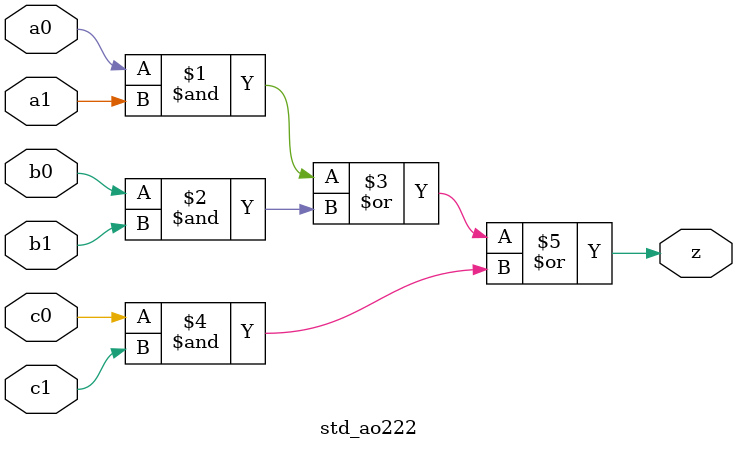
<source format=sv>

module std_ao222 #(parameter DW = 1 ) // array width
(
	input [DW-1:0]  a0,
	input [DW-1:0]  a1,
	input [DW-1:0]  b0,
	input [DW-1:0]  b1,
	input [DW-1:0]  c0,
	input [DW-1:0]  c1, 
	output [DW-1:0] z
);

assign z = (a0 & a1) | (b0 & b1) | (c0 & c1);

endmodule

</source>
